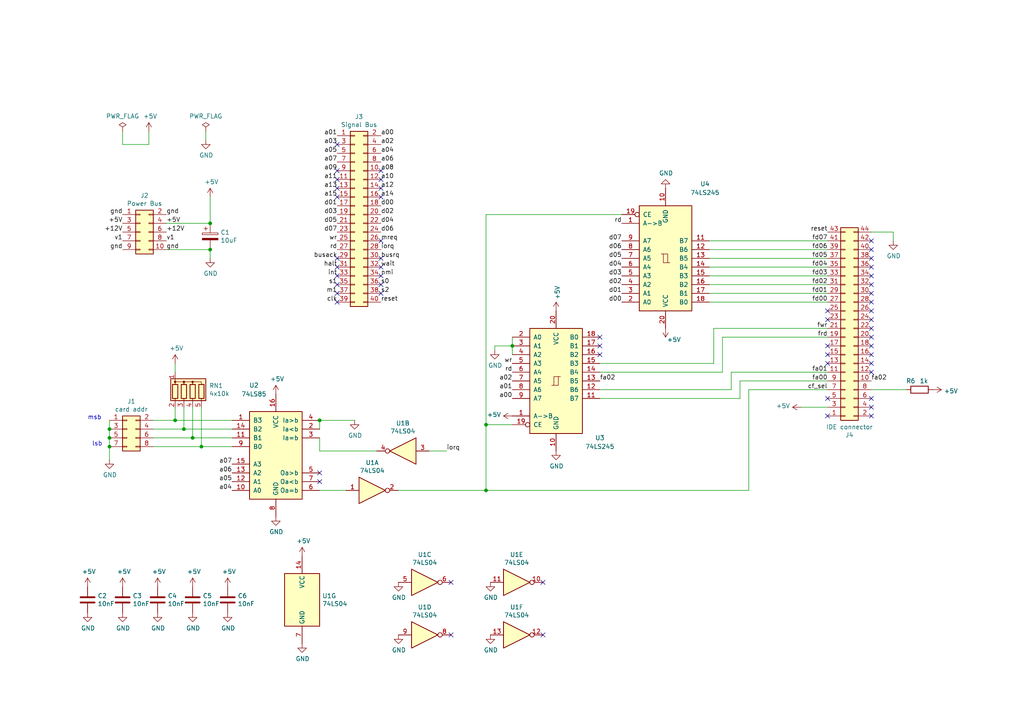
<source format=kicad_sch>
(kicad_sch (version 20211123) (generator eeschema)
  (paper "A4")
  (lib_symbols
    (symbol "74xx:74LS04"
      (property "Reference" "U" (at 0 1.27 0))
      (property "Value" "74LS04" (at 0 -1.27 0))
      (symbol "74LS04_1_0"
        (polyline (pts (xy -3.81 3.81) (xy -3.81 -3.81) (xy 3.81 0) (xy -3.81 3.81)) (stroke (width 0.254)) (fill (type background)))
        (pin input line (at -7.62 0 0) (length 3.81) (name "~") (number "1"))
        (pin output inverted (at 7.62 0 180) (length 3.81) (name "~") (number "2"))
      )
      (symbol "74LS04_2_0"
        (polyline (pts (xy -3.81 3.81) (xy -3.81 -3.81) (xy 3.81 0) (xy -3.81 3.81)) (stroke (width 0.254)) (fill (type background)))
        (pin input line (at -7.62 0 0) (length 3.81) (name "~") (number "3"))
        (pin output inverted (at 7.62 0 180) (length 3.81) (name "~") (number "4"))
      )
      (symbol "74LS04_3_0"
        (polyline (pts (xy -3.81 3.81) (xy -3.81 -3.81) (xy 3.81 0) (xy -3.81 3.81)) (stroke (width 0.254)) (fill (type background)))
        (pin input line (at -7.62 0 0) (length 3.81) (name "~") (number "5"))
        (pin output inverted (at 7.62 0 180) (length 3.81) (name "~") (number "6"))
      )
      (symbol "74LS04_4_0"
        (polyline (pts (xy -3.81 3.81) (xy -3.81 -3.81) (xy 3.81 0) (xy -3.81 3.81)) (stroke (width 0.254)) (fill (type background)))
        (pin output inverted (at 7.62 0 180) (length 3.81) (name "~") (number "8"))
        (pin input line (at -7.62 0 0) (length 3.81) (name "~") (number "9"))
      )
      (symbol "74LS04_5_0"
        (polyline (pts (xy -3.81 3.81) (xy -3.81 -3.81) (xy 3.81 0) (xy -3.81 3.81)) (stroke (width 0.254)) (fill (type background)))
        (pin output inverted (at 7.62 0 180) (length 3.81) (name "~") (number "10"))
        (pin input line (at -7.62 0 0) (length 3.81) (name "~") (number "11"))
      )
      (symbol "74LS04_6_0"
        (polyline (pts (xy -3.81 3.81) (xy -3.81 -3.81) (xy 3.81 0) (xy -3.81 3.81)) (stroke (width 0.254)) (fill (type background)))
        (pin output inverted (at 7.62 0 180) (length 3.81) (name "~") (number "12"))
        (pin input line (at -7.62 0 0) (length 3.81) (name "~") (number "13"))
      )
      (symbol "74LS04_7_0"
        (pin power_in line (at 0 12.7 270) (length 5.08) (name "VCC") (number "14"))
        (pin power_in line (at 0 -12.7 90) (length 5.08) (name "GND") (number "7"))
      )
      (symbol "74LS04_7_1"
        (rectangle (start -5.08 7.62) (end 5.08 -7.62) (stroke (width 0.254)) (fill (type background)))
      )
    )
    (symbol "74xx:74LS245" (pin_names (offset 1.016))
      (property "Reference" "U" (at -7.62 16.51 0))
      (property "Value" "74LS245" (at -7.62 -16.51 0))
      (symbol "74LS245_1_0"
        (polyline (pts (xy -0.635 -1.27) (xy -0.635 1.27) (xy 0.635 1.27)))
        (polyline (pts (xy -1.27 -1.27) (xy 0.635 -1.27) (xy 0.635 1.27) (xy 1.27 1.27)))
        (pin input line (at -12.7 -10.16 0) (length 5.08) (name "A->B") (number "1"))
        (pin power_in line (at 0 -20.32 90) (length 5.08) (name "GND") (number "10"))
        (pin tri_state line (at 12.7 -5.08 180) (length 5.08) (name "B7") (number "11"))
        (pin tri_state line (at 12.7 -2.54 180) (length 5.08) (name "B6") (number "12"))
        (pin tri_state line (at 12.7 0 180) (length 5.08) (name "B5") (number "13"))
        (pin tri_state line (at 12.7 2.54 180) (length 5.08) (name "B4") (number "14"))
        (pin tri_state line (at 12.7 5.08 180) (length 5.08) (name "B3") (number "15"))
        (pin tri_state line (at 12.7 7.62 180) (length 5.08) (name "B2") (number "16"))
        (pin tri_state line (at 12.7 10.16 180) (length 5.08) (name "B1") (number "17"))
        (pin tri_state line (at 12.7 12.7 180) (length 5.08) (name "B0") (number "18"))
        (pin input inverted (at -12.7 -12.7 0) (length 5.08) (name "CE") (number "19"))
        (pin tri_state line (at -12.7 12.7 0) (length 5.08) (name "A0") (number "2"))
        (pin power_in line (at 0 20.32 270) (length 5.08) (name "VCC") (number "20"))
        (pin tri_state line (at -12.7 10.16 0) (length 5.08) (name "A1") (number "3"))
        (pin tri_state line (at -12.7 7.62 0) (length 5.08) (name "A2") (number "4"))
        (pin tri_state line (at -12.7 5.08 0) (length 5.08) (name "A3") (number "5"))
        (pin tri_state line (at -12.7 2.54 0) (length 5.08) (name "A4") (number "6"))
        (pin tri_state line (at -12.7 0 0) (length 5.08) (name "A5") (number "7"))
        (pin tri_state line (at -12.7 -2.54 0) (length 5.08) (name "A6") (number "8"))
        (pin tri_state line (at -12.7 -5.08 0) (length 5.08) (name "A7") (number "9"))
      )
      (symbol "74LS245_1_1"
        (rectangle (start -7.62 15.24) (end 7.62 -15.24) (stroke (width 0.254)) (fill (type background)))
      )
    )
    (symbol "74xx:74LS85" (pin_names (offset 1.016))
      (property "Reference" "U" (at -7.62 13.97 0))
      (property "Value" "74LS85" (at -7.62 -13.97 0))
      (symbol "74LS85_1_0"
        (pin input line (at -12.7 10.16 0) (length 5.08) (name "B3") (number "1"))
        (pin input line (at -12.7 -10.16 0) (length 5.08) (name "A0") (number "10"))
        (pin input line (at -12.7 5.08 0) (length 5.08) (name "B1") (number "11"))
        (pin input line (at -12.7 -7.62 0) (length 5.08) (name "A1") (number "12"))
        (pin input line (at -12.7 -5.08 0) (length 5.08) (name "A2") (number "13"))
        (pin input line (at -12.7 7.62 0) (length 5.08) (name "B2") (number "14"))
        (pin input line (at -12.7 -2.54 0) (length 5.08) (name "A3") (number "15"))
        (pin power_in line (at 0 17.78 270) (length 5.08) (name "VCC") (number "16"))
        (pin input line (at 12.7 7.62 180) (length 5.08) (name "Ia<b") (number "2"))
        (pin input line (at 12.7 5.08 180) (length 5.08) (name "Ia=b") (number "3"))
        (pin input line (at 12.7 10.16 180) (length 5.08) (name "Ia>b") (number "4"))
        (pin output line (at 12.7 -5.08 180) (length 5.08) (name "Oa>b") (number "5"))
        (pin output line (at 12.7 -10.16 180) (length 5.08) (name "Oa=b") (number "6"))
        (pin output line (at 12.7 -7.62 180) (length 5.08) (name "Oa<b") (number "7"))
        (pin power_in line (at 0 -17.78 90) (length 5.08) (name "GND") (number "8"))
        (pin input line (at -12.7 2.54 0) (length 5.08) (name "B0") (number "9"))
      )
      (symbol "74LS85_1_1"
        (rectangle (start -7.62 12.7) (end 7.62 -12.7) (stroke (width 0.254)) (fill (type background)))
      )
    )
    (symbol "Connector_Generic:Conn_02x04_Odd_Even" (pin_names (offset 1.016) hide)
      (property "Reference" "J" (at 1.27 5.08 0))
      (property "Value" "Conn_02x04_Odd_Even" (at 1.27 -7.62 0))
      (symbol "Conn_02x04_Odd_Even_1_1"
        (rectangle (start -1.27 -4.953) (end 0 -5.207) (stroke (width 0.1524)))
        (rectangle (start -1.27 -2.413) (end 0 -2.667) (stroke (width 0.1524)))
        (rectangle (start -1.27 0.127) (end 0 -0.127) (stroke (width 0.1524)))
        (rectangle (start -1.27 2.667) (end 0 2.413) (stroke (width 0.1524)))
        (rectangle (start -1.27 3.81) (end 3.81 -6.35) (stroke (width 0.254)) (fill (type background)))
        (rectangle (start 3.81 -4.953) (end 2.54 -5.207) (stroke (width 0.1524)))
        (rectangle (start 3.81 -2.413) (end 2.54 -2.667) (stroke (width 0.1524)))
        (rectangle (start 3.81 0.127) (end 2.54 -0.127) (stroke (width 0.1524)))
        (rectangle (start 3.81 2.667) (end 2.54 2.413) (stroke (width 0.1524)))
        (pin passive line (at -5.08 2.54 0) (length 3.81) (name "Pin_1") (number "1"))
        (pin passive line (at 7.62 2.54 180) (length 3.81) (name "Pin_2") (number "2"))
        (pin passive line (at -5.08 0 0) (length 3.81) (name "Pin_3") (number "3"))
        (pin passive line (at 7.62 0 180) (length 3.81) (name "Pin_4") (number "4"))
        (pin passive line (at -5.08 -2.54 0) (length 3.81) (name "Pin_5") (number "5"))
        (pin passive line (at 7.62 -2.54 180) (length 3.81) (name "Pin_6") (number "6"))
        (pin passive line (at -5.08 -5.08 0) (length 3.81) (name "Pin_7") (number "7"))
        (pin passive line (at 7.62 -5.08 180) (length 3.81) (name "Pin_8") (number "8"))
      )
    )
    (symbol "Connector_Generic:Conn_02x05_Odd_Even" (pin_names (offset 1.016) hide)
      (property "Reference" "J" (at 1.27 7.62 0))
      (property "Value" "Conn_02x05_Odd_Even" (at 1.27 -7.62 0))
      (symbol "Conn_02x05_Odd_Even_1_1"
        (rectangle (start -1.27 -4.953) (end 0 -5.207) (stroke (width 0.1524)))
        (rectangle (start -1.27 -2.413) (end 0 -2.667) (stroke (width 0.1524)))
        (rectangle (start -1.27 0.127) (end 0 -0.127) (stroke (width 0.1524)))
        (rectangle (start -1.27 2.667) (end 0 2.413) (stroke (width 0.1524)))
        (rectangle (start -1.27 5.207) (end 0 4.953) (stroke (width 0.1524)))
        (rectangle (start -1.27 6.35) (end 3.81 -6.35) (stroke (width 0.254)) (fill (type background)))
        (rectangle (start 3.81 -4.953) (end 2.54 -5.207) (stroke (width 0.1524)))
        (rectangle (start 3.81 -2.413) (end 2.54 -2.667) (stroke (width 0.1524)))
        (rectangle (start 3.81 0.127) (end 2.54 -0.127) (stroke (width 0.1524)))
        (rectangle (start 3.81 2.667) (end 2.54 2.413) (stroke (width 0.1524)))
        (rectangle (start 3.81 5.207) (end 2.54 4.953) (stroke (width 0.1524)))
        (pin passive line (at -5.08 5.08 0) (length 3.81) (name "Pin_1") (number "1"))
        (pin passive line (at 7.62 -5.08 180) (length 3.81) (name "Pin_10") (number "10"))
        (pin passive line (at 7.62 5.08 180) (length 3.81) (name "Pin_2") (number "2"))
        (pin passive line (at -5.08 2.54 0) (length 3.81) (name "Pin_3") (number "3"))
        (pin passive line (at 7.62 2.54 180) (length 3.81) (name "Pin_4") (number "4"))
        (pin passive line (at -5.08 0 0) (length 3.81) (name "Pin_5") (number "5"))
        (pin passive line (at 7.62 0 180) (length 3.81) (name "Pin_6") (number "6"))
        (pin passive line (at -5.08 -2.54 0) (length 3.81) (name "Pin_7") (number "7"))
        (pin passive line (at 7.62 -2.54 180) (length 3.81) (name "Pin_8") (number "8"))
        (pin passive line (at -5.08 -5.08 0) (length 3.81) (name "Pin_9") (number "9"))
      )
    )
    (symbol "Connector_Generic:Conn_02x20_Odd_Even" (pin_names (offset 1.016) hide)
      (property "Reference" "J" (at 1.27 25.4 0))
      (property "Value" "Conn_02x20_Odd_Even" (at 1.27 -27.94 0))
      (symbol "Conn_02x20_Odd_Even_1_1"
        (rectangle (start -1.27 -25.273) (end 0 -25.527) (stroke (width 0.1524)))
        (rectangle (start -1.27 -22.733) (end 0 -22.987) (stroke (width 0.1524)))
        (rectangle (start -1.27 -20.193) (end 0 -20.447) (stroke (width 0.1524)))
        (rectangle (start -1.27 -17.653) (end 0 -17.907) (stroke (width 0.1524)))
        (rectangle (start -1.27 -15.113) (end 0 -15.367) (stroke (width 0.1524)))
        (rectangle (start -1.27 -12.573) (end 0 -12.827) (stroke (width 0.1524)))
        (rectangle (start -1.27 -10.033) (end 0 -10.287) (stroke (width 0.1524)))
        (rectangle (start -1.27 -7.493) (end 0 -7.747) (stroke (width 0.1524)))
        (rectangle (start -1.27 -4.953) (end 0 -5.207) (stroke (width 0.1524)))
        (rectangle (start -1.27 -2.413) (end 0 -2.667) (stroke (width 0.1524)))
        (rectangle (start -1.27 0.127) (end 0 -0.127) (stroke (width 0.1524)))
        (rectangle (start -1.27 2.667) (end 0 2.413) (stroke (width 0.1524)))
        (rectangle (start -1.27 5.207) (end 0 4.953) (stroke (width 0.1524)))
        (rectangle (start -1.27 7.747) (end 0 7.493) (stroke (width 0.1524)))
        (rectangle (start -1.27 10.287) (end 0 10.033) (stroke (width 0.1524)))
        (rectangle (start -1.27 12.827) (end 0 12.573) (stroke (width 0.1524)))
        (rectangle (start -1.27 15.367) (end 0 15.113) (stroke (width 0.1524)))
        (rectangle (start -1.27 17.907) (end 0 17.653) (stroke (width 0.1524)))
        (rectangle (start -1.27 20.447) (end 0 20.193) (stroke (width 0.1524)))
        (rectangle (start -1.27 22.987) (end 0 22.733) (stroke (width 0.1524)))
        (rectangle (start -1.27 24.13) (end 3.81 -26.67) (stroke (width 0.254)) (fill (type background)))
        (rectangle (start 3.81 -25.273) (end 2.54 -25.527) (stroke (width 0.1524)))
        (rectangle (start 3.81 -22.733) (end 2.54 -22.987) (stroke (width 0.1524)))
        (rectangle (start 3.81 -20.193) (end 2.54 -20.447) (stroke (width 0.1524)))
        (rectangle (start 3.81 -17.653) (end 2.54 -17.907) (stroke (width 0.1524)))
        (rectangle (start 3.81 -15.113) (end 2.54 -15.367) (stroke (width 0.1524)))
        (rectangle (start 3.81 -12.573) (end 2.54 -12.827) (stroke (width 0.1524)))
        (rectangle (start 3.81 -10.033) (end 2.54 -10.287) (stroke (width 0.1524)))
        (rectangle (start 3.81 -7.493) (end 2.54 -7.747) (stroke (width 0.1524)))
        (rectangle (start 3.81 -4.953) (end 2.54 -5.207) (stroke (width 0.1524)))
        (rectangle (start 3.81 -2.413) (end 2.54 -2.667) (stroke (width 0.1524)))
        (rectangle (start 3.81 0.127) (end 2.54 -0.127) (stroke (width 0.1524)))
        (rectangle (start 3.81 2.667) (end 2.54 2.413) (stroke (width 0.1524)))
        (rectangle (start 3.81 5.207) (end 2.54 4.953) (stroke (width 0.1524)))
        (rectangle (start 3.81 7.747) (end 2.54 7.493) (stroke (width 0.1524)))
        (rectangle (start 3.81 10.287) (end 2.54 10.033) (stroke (width 0.1524)))
        (rectangle (start 3.81 12.827) (end 2.54 12.573) (stroke (width 0.1524)))
        (rectangle (start 3.81 15.367) (end 2.54 15.113) (stroke (width 0.1524)))
        (rectangle (start 3.81 17.907) (end 2.54 17.653) (stroke (width 0.1524)))
        (rectangle (start 3.81 20.447) (end 2.54 20.193) (stroke (width 0.1524)))
        (rectangle (start 3.81 22.987) (end 2.54 22.733) (stroke (width 0.1524)))
        (pin passive line (at -5.08 22.86 0) (length 3.81) (name "Pin_1") (number "1"))
        (pin passive line (at 7.62 12.7 180) (length 3.81) (name "Pin_10") (number "10"))
        (pin passive line (at -5.08 10.16 0) (length 3.81) (name "Pin_11") (number "11"))
        (pin passive line (at 7.62 10.16 180) (length 3.81) (name "Pin_12") (number "12"))
        (pin passive line (at -5.08 7.62 0) (length 3.81) (name "Pin_13") (number "13"))
        (pin passive line (at 7.62 7.62 180) (length 3.81) (name "Pin_14") (number "14"))
        (pin passive line (at -5.08 5.08 0) (length 3.81) (name "Pin_15") (number "15"))
        (pin passive line (at 7.62 5.08 180) (length 3.81) (name "Pin_16") (number "16"))
        (pin passive line (at -5.08 2.54 0) (length 3.81) (name "Pin_17") (number "17"))
        (pin passive line (at 7.62 2.54 180) (length 3.81) (name "Pin_18") (number "18"))
        (pin passive line (at -5.08 0 0) (length 3.81) (name "Pin_19") (number "19"))
        (pin passive line (at 7.62 22.86 180) (length 3.81) (name "Pin_2") (number "2"))
        (pin passive line (at 7.62 0 180) (length 3.81) (name "Pin_20") (number "20"))
        (pin passive line (at -5.08 -2.54 0) (length 3.81) (name "Pin_21") (number "21"))
        (pin passive line (at 7.62 -2.54 180) (length 3.81) (name "Pin_22") (number "22"))
        (pin passive line (at -5.08 -5.08 0) (length 3.81) (name "Pin_23") (number "23"))
        (pin passive line (at 7.62 -5.08 180) (length 3.81) (name "Pin_24") (number "24"))
        (pin passive line (at -5.08 -7.62 0) (length 3.81) (name "Pin_25") (number "25"))
        (pin passive line (at 7.62 -7.62 180) (length 3.81) (name "Pin_26") (number "26"))
        (pin passive line (at -5.08 -10.16 0) (length 3.81) (name "Pin_27") (number "27"))
        (pin passive line (at 7.62 -10.16 180) (length 3.81) (name "Pin_28") (number "28"))
        (pin passive line (at -5.08 -12.7 0) (length 3.81) (name "Pin_29") (number "29"))
        (pin passive line (at -5.08 20.32 0) (length 3.81) (name "Pin_3") (number "3"))
        (pin passive line (at 7.62 -12.7 180) (length 3.81) (name "Pin_30") (number "30"))
        (pin passive line (at -5.08 -15.24 0) (length 3.81) (name "Pin_31") (number "31"))
        (pin passive line (at 7.62 -15.24 180) (length 3.81) (name "Pin_32") (number "32"))
        (pin passive line (at -5.08 -17.78 0) (length 3.81) (name "Pin_33") (number "33"))
        (pin passive line (at 7.62 -17.78 180) (length 3.81) (name "Pin_34") (number "34"))
        (pin passive line (at -5.08 -20.32 0) (length 3.81) (name "Pin_35") (number "35"))
        (pin passive line (at 7.62 -20.32 180) (length 3.81) (name "Pin_36") (number "36"))
        (pin passive line (at -5.08 -22.86 0) (length 3.81) (name "Pin_37") (number "37"))
        (pin passive line (at 7.62 -22.86 180) (length 3.81) (name "Pin_38") (number "38"))
        (pin passive line (at -5.08 -25.4 0) (length 3.81) (name "Pin_39") (number "39"))
        (pin passive line (at 7.62 20.32 180) (length 3.81) (name "Pin_4") (number "4"))
        (pin passive line (at 7.62 -25.4 180) (length 3.81) (name "Pin_40") (number "40"))
        (pin passive line (at -5.08 17.78 0) (length 3.81) (name "Pin_5") (number "5"))
        (pin passive line (at 7.62 17.78 180) (length 3.81) (name "Pin_6") (number "6"))
        (pin passive line (at -5.08 15.24 0) (length 3.81) (name "Pin_7") (number "7"))
        (pin passive line (at 7.62 15.24 180) (length 3.81) (name "Pin_8") (number "8"))
        (pin passive line (at -5.08 12.7 0) (length 3.81) (name "Pin_9") (number "9"))
      )
    )
    (symbol "Connector_Generic:Conn_02x22_Odd_Even" (pin_names (offset 1.016) hide)
      (property "Reference" "J" (at 1.27 27.94 0))
      (property "Value" "Conn_02x22_Odd_Even" (at 1.27 -30.48 0))
      (symbol "Conn_02x22_Odd_Even_1_1"
        (rectangle (start -1.27 -27.813) (end 0 -28.067) (stroke (width 0.1524)))
        (rectangle (start -1.27 -25.273) (end 0 -25.527) (stroke (width 0.1524)))
        (rectangle (start -1.27 -22.733) (end 0 -22.987) (stroke (width 0.1524)))
        (rectangle (start -1.27 -20.193) (end 0 -20.447) (stroke (width 0.1524)))
        (rectangle (start -1.27 -17.653) (end 0 -17.907) (stroke (width 0.1524)))
        (rectangle (start -1.27 -15.113) (end 0 -15.367) (stroke (width 0.1524)))
        (rectangle (start -1.27 -12.573) (end 0 -12.827) (stroke (width 0.1524)))
        (rectangle (start -1.27 -10.033) (end 0 -10.287) (stroke (width 0.1524)))
        (rectangle (start -1.27 -7.493) (end 0 -7.747) (stroke (width 0.1524)))
        (rectangle (start -1.27 -4.953) (end 0 -5.207) (stroke (width 0.1524)))
        (rectangle (start -1.27 -2.413) (end 0 -2.667) (stroke (width 0.1524)))
        (rectangle (start -1.27 0.127) (end 0 -0.127) (stroke (width 0.1524)))
        (rectangle (start -1.27 2.667) (end 0 2.413) (stroke (width 0.1524)))
        (rectangle (start -1.27 5.207) (end 0 4.953) (stroke (width 0.1524)))
        (rectangle (start -1.27 7.747) (end 0 7.493) (stroke (width 0.1524)))
        (rectangle (start -1.27 10.287) (end 0 10.033) (stroke (width 0.1524)))
        (rectangle (start -1.27 12.827) (end 0 12.573) (stroke (width 0.1524)))
        (rectangle (start -1.27 15.367) (end 0 15.113) (stroke (width 0.1524)))
        (rectangle (start -1.27 17.907) (end 0 17.653) (stroke (width 0.1524)))
        (rectangle (start -1.27 20.447) (end 0 20.193) (stroke (width 0.1524)))
        (rectangle (start -1.27 22.987) (end 0 22.733) (stroke (width 0.1524)))
        (rectangle (start -1.27 25.527) (end 0 25.273) (stroke (width 0.1524)))
        (rectangle (start -1.27 26.67) (end 3.81 -29.21) (stroke (width 0.254)) (fill (type background)))
        (rectangle (start 3.81 -27.813) (end 2.54 -28.067) (stroke (width 0.1524)))
        (rectangle (start 3.81 -25.273) (end 2.54 -25.527) (stroke (width 0.1524)))
        (rectangle (start 3.81 -22.733) (end 2.54 -22.987) (stroke (width 0.1524)))
        (rectangle (start 3.81 -20.193) (end 2.54 -20.447) (stroke (width 0.1524)))
        (rectangle (start 3.81 -17.653) (end 2.54 -17.907) (stroke (width 0.1524)))
        (rectangle (start 3.81 -15.113) (end 2.54 -15.367) (stroke (width 0.1524)))
        (rectangle (start 3.81 -12.573) (end 2.54 -12.827) (stroke (width 0.1524)))
        (rectangle (start 3.81 -10.033) (end 2.54 -10.287) (stroke (width 0.1524)))
        (rectangle (start 3.81 -7.493) (end 2.54 -7.747) (stroke (width 0.1524)))
        (rectangle (start 3.81 -4.953) (end 2.54 -5.207) (stroke (width 0.1524)))
        (rectangle (start 3.81 -2.413) (end 2.54 -2.667) (stroke (width 0.1524)))
        (rectangle (start 3.81 0.127) (end 2.54 -0.127) (stroke (width 0.1524)))
        (rectangle (start 3.81 2.667) (end 2.54 2.413) (stroke (width 0.1524)))
        (rectangle (start 3.81 5.207) (end 2.54 4.953) (stroke (width 0.1524)))
        (rectangle (start 3.81 7.747) (end 2.54 7.493) (stroke (width 0.1524)))
        (rectangle (start 3.81 10.287) (end 2.54 10.033) (stroke (width 0.1524)))
        (rectangle (start 3.81 12.827) (end 2.54 12.573) (stroke (width 0.1524)))
        (rectangle (start 3.81 15.367) (end 2.54 15.113) (stroke (width 0.1524)))
        (rectangle (start 3.81 17.907) (end 2.54 17.653) (stroke (width 0.1524)))
        (rectangle (start 3.81 20.447) (end 2.54 20.193) (stroke (width 0.1524)))
        (rectangle (start 3.81 22.987) (end 2.54 22.733) (stroke (width 0.1524)))
        (rectangle (start 3.81 25.527) (end 2.54 25.273) (stroke (width 0.1524)))
        (pin passive line (at -5.08 25.4 0) (length 3.81) (name "Pin_1") (number "1"))
        (pin passive line (at 7.62 15.24 180) (length 3.81) (name "Pin_10") (number "10"))
        (pin passive line (at -5.08 12.7 0) (length 3.81) (name "Pin_11") (number "11"))
        (pin passive line (at 7.62 12.7 180) (length 3.81) (name "Pin_12") (number "12"))
        (pin passive line (at -5.08 10.16 0) (length 3.81) (name "Pin_13") (number "13"))
        (pin passive line (at 7.62 10.16 180) (length 3.81) (name "Pin_14") (number "14"))
        (pin passive line (at -5.08 7.62 0) (length 3.81) (name "Pin_15") (number "15"))
        (pin passive line (at 7.62 7.62 180) (length 3.81) (name "Pin_16") (number "16"))
        (pin passive line (at -5.08 5.08 0) (length 3.81) (name "Pin_17") (number "17"))
        (pin passive line (at 7.62 5.08 180) (length 3.81) (name "Pin_18") (number "18"))
        (pin passive line (at -5.08 2.54 0) (length 3.81) (name "Pin_19") (number "19"))
        (pin passive line (at 7.62 25.4 180) (length 3.81) (name "Pin_2") (number "2"))
        (pin passive line (at 7.62 2.54 180) (length 3.81) (name "Pin_20") (number "20"))
        (pin passive line (at -5.08 0 0) (length 3.81) (name "Pin_21") (number "21"))
        (pin passive line (at 7.62 0 180) (length 3.81) (name "Pin_22") (number "22"))
        (pin passive line (at -5.08 -2.54 0) (length 3.81) (name "Pin_23") (number "23"))
        (pin passive line (at 7.62 -2.54 180) (length 3.81) (name "Pin_24") (number "24"))
        (pin passive line (at -5.08 -5.08 0) (length 3.81) (name "Pin_25") (number "25"))
        (pin passive line (at 7.62 -5.08 180) (length 3.81) (name "Pin_26") (number "26"))
        (pin passive line (at -5.08 -7.62 0) (length 3.81) (name "Pin_27") (number "27"))
        (pin passive line (at 7.62 -7.62 180) (length 3.81) (name "Pin_28") (number "28"))
        (pin passive line (at -5.08 -10.16 0) (length 3.81) (name "Pin_29") (number "29"))
        (pin passive line (at -5.08 22.86 0) (length 3.81) (name "Pin_3") (number "3"))
        (pin passive line (at 7.62 -10.16 180) (length 3.81) (name "Pin_30") (number "30"))
        (pin passive line (at -5.08 -12.7 0) (length 3.81) (name "Pin_31") (number "31"))
        (pin passive line (at 7.62 -12.7 180) (length 3.81) (name "Pin_32") (number "32"))
        (pin passive line (at -5.08 -15.24 0) (length 3.81) (name "Pin_33") (number "33"))
        (pin passive line (at 7.62 -15.24 180) (length 3.81) (name "Pin_34") (number "34"))
        (pin passive line (at -5.08 -17.78 0) (length 3.81) (name "Pin_35") (number "35"))
        (pin passive line (at 7.62 -17.78 180) (length 3.81) (name "Pin_36") (number "36"))
        (pin passive line (at -5.08 -20.32 0) (length 3.81) (name "Pin_37") (number "37"))
        (pin passive line (at 7.62 -20.32 180) (length 3.81) (name "Pin_38") (number "38"))
        (pin passive line (at -5.08 -22.86 0) (length 3.81) (name "Pin_39") (number "39"))
        (pin passive line (at 7.62 22.86 180) (length 3.81) (name "Pin_4") (number "4"))
        (pin passive line (at 7.62 -22.86 180) (length 3.81) (name "Pin_40") (number "40"))
        (pin passive line (at -5.08 -25.4 0) (length 3.81) (name "Pin_41") (number "41"))
        (pin passive line (at 7.62 -25.4 180) (length 3.81) (name "Pin_42") (number "42"))
        (pin passive line (at -5.08 -27.94 0) (length 3.81) (name "Pin_43") (number "43"))
        (pin passive line (at 7.62 -27.94 180) (length 3.81) (name "Pin_44") (number "44"))
        (pin passive line (at -5.08 20.32 0) (length 3.81) (name "Pin_5") (number "5"))
        (pin passive line (at 7.62 20.32 180) (length 3.81) (name "Pin_6") (number "6"))
        (pin passive line (at -5.08 17.78 0) (length 3.81) (name "Pin_7") (number "7"))
        (pin passive line (at 7.62 17.78 180) (length 3.81) (name "Pin_8") (number "8"))
        (pin passive line (at -5.08 15.24 0) (length 3.81) (name "Pin_9") (number "9"))
      )
    )
    (symbol "Device:C" (pin_numbers hide) (pin_names (offset 0.254))
      (property "Reference" "C" (at 0.635 2.54 0))
      (property "Value" "C" (at 0.635 -2.54 0))
      (symbol "C_0_1"
        (polyline (pts (xy -2.032 -0.762) (xy 2.032 -0.762)) (stroke (width 0.508)))
        (polyline (pts (xy -2.032 0.762) (xy 2.032 0.762)) (stroke (width 0.508)))
      )
      (symbol "C_1_1"
        (pin passive line (at 0 3.81 270) (length 2.794) (name "~") (number "1"))
        (pin passive line (at 0 -3.81 90) (length 2.794) (name "~") (number "2"))
      )
    )
    (symbol "Device:CP" (pin_numbers hide) (pin_names (offset 0.254))
      (property "Reference" "C" (at 0.635 2.54 0))
      (property "Value" "Device_CP" (at 0.635 -2.54 0))
      (symbol "CP_0_1"
        (rectangle (start -2.286 0.508) (end 2.286 1.016))
        (polyline (pts (xy -1.778 2.286) (xy -0.762 2.286)))
        (polyline (pts (xy -1.27 2.794) (xy -1.27 1.778)))
        (rectangle (start 2.286 -0.508) (end -2.286 -1.016) (fill (type outline)))
      )
      (symbol "CP_1_1"
        (pin passive line (at 0 3.81 270) (length 2.794) (name "~") (number "1"))
        (pin passive line (at 0 -3.81 90) (length 2.794) (name "~") (number "2"))
      )
    )
    (symbol "Device:R" (pin_numbers hide) (pin_names (offset 0))
      (property "Reference" "R" (at 2.032 0 90))
      (property "Value" "R" (at 0 0 90))
      (symbol "R_0_1"
        (rectangle (start -1.016 -2.54) (end 1.016 2.54) (stroke (width 0.254)))
      )
      (symbol "R_1_1"
        (pin passive line (at 0 3.81 270) (length 1.27) (name "~") (number "1"))
        (pin passive line (at 0 -3.81 90) (length 1.27) (name "~") (number "2"))
      )
    )
    (symbol "Device:R_Network04" (pin_names (offset 0) hide)
      (property "Reference" "RN" (at -7.62 0 90))
      (property "Value" "R_Network04" (at 5.08 0 90))
      (symbol "R_Network04_0_1"
        (rectangle (start -6.35 -3.175) (end 3.81 3.175) (stroke (width 0.254)) (fill (type background)))
        (rectangle (start -5.842 1.524) (end -4.318 -2.54) (stroke (width 0.254)))
        (circle (center -5.08 2.286) (radius 0.254) (fill (type outline)))
        (rectangle (start -3.302 1.524) (end -1.778 -2.54) (stroke (width 0.254)))
        (circle (center -2.54 2.286) (radius 0.254) (fill (type outline)))
        (rectangle (start -0.762 1.524) (end 0.762 -2.54) (stroke (width 0.254)))
        (polyline (pts (xy -5.08 -2.54) (xy -5.08 -3.81)))
        (polyline (pts (xy -2.54 -2.54) (xy -2.54 -3.81)))
        (polyline (pts (xy 0 -2.54) (xy 0 -3.81)))
        (polyline (pts (xy 2.54 -2.54) (xy 2.54 -3.81)))
        (polyline (pts (xy -5.08 1.524) (xy -5.08 2.286) (xy -2.54 2.286) (xy -2.54 1.524)))
        (polyline (pts (xy -2.54 1.524) (xy -2.54 2.286) (xy 0 2.286) (xy 0 1.524)))
        (polyline (pts (xy 0 1.524) (xy 0 2.286) (xy 2.54 2.286) (xy 2.54 1.524)))
        (circle (center 0 2.286) (radius 0.254) (fill (type outline)))
        (rectangle (start 1.778 1.524) (end 3.302 -2.54) (stroke (width 0.254)))
      )
      (symbol "R_Network04_1_1"
        (pin passive line (at -5.08 5.08 270) (length 2.54) (name "common") (number "1"))
        (pin passive line (at -5.08 -5.08 90) (length 1.27) (name "R1") (number "2"))
        (pin passive line (at -2.54 -5.08 90) (length 1.27) (name "R2") (number "3"))
        (pin passive line (at 0 -5.08 90) (length 1.27) (name "R3") (number "4"))
        (pin passive line (at 2.54 -5.08 90) (length 1.27) (name "R4") (number "5"))
      )
    )
    (symbol "power:+5V" (power) (pin_names (offset 0))
      (property "Value" "+5V" (at 0 3.556 0))
      (symbol "+5V_0_1"
        (polyline (pts (xy -0.762 1.27) (xy 0 2.54)))
        (polyline (pts (xy 0 0) (xy 0 2.54)))
        (polyline (pts (xy 0 2.54) (xy 0.762 1.27)))
      )
      (symbol "+5V_1_1"
        (pin power_in line (at 0 0 90) (length 0) hide (name "+5V") (number "1"))
      )
    )
    (symbol "power:GND" (power) (pin_names (offset 0))
      (property "Value" "GND" (at 0 -3.81 0))
      (symbol "GND_0_1"
        (polyline (pts (xy 0 0) (xy 0 -1.27) (xy 1.27 -1.27) (xy 0 -2.54) (xy -1.27 -1.27) (xy 0 -1.27)))
      )
      (symbol "GND_1_1"
        (pin power_in line (at 0 0 270) (length 0) hide (name "GND") (number "1"))
      )
    )
    (symbol "power:PWR_FLAG" (power) (pin_numbers hide) (pin_names (offset 0) hide)
      (property "Value" "PWR_FLAG" (at 0 3.81 0))
      (symbol "PWR_FLAG_0_0"
        (pin power_out line (at 0 0 90) (length 0) (name "pwr") (number "1"))
      )
      (symbol "PWR_FLAG_0_1"
        (polyline (pts (xy 0 0) (xy 0 1.27) (xy -1.016 1.905) (xy 0 2.54) (xy 1.016 1.905) (xy 0 1.27)))
      )
    )
  )
  (junction (at 31.75 127))
  (junction (at 55.88 127))
  (junction (at 140.97 142.24))
  (junction (at 31.75 124.46))
  (junction (at 50.8 121.92))
  (junction (at 31.75 129.54))
  (junction (at 148.59 100.33))
  (junction (at 58.42 129.54))
  (junction (at 60.96 72.39))
  (junction (at 53.34 124.46))
  (junction (at 92.71 121.92))
  (junction (at 60.96 64.77))
  (junction (at 140.97 123.19))
  (no_connect (at 97.79 57.15))
  (no_connect (at 252.73 120.65))
  (no_connect (at 252.73 80.01))
  (no_connect (at 252.73 107.95))
  (no_connect (at 252.73 77.47))
  (no_connect (at 97.79 49.53))
  (no_connect (at 110.49 82.55))
  (no_connect (at 252.73 97.79))
  (no_connect (at 97.79 41.91))
  (no_connect (at 252.73 92.71))
  (no_connect (at 252.73 85.09))
  (no_connect (at 252.73 69.85))
  (no_connect (at 110.49 54.61))
  (no_connect (at 97.79 52.07))
  (no_connect (at 110.49 69.85))
  (no_connect (at 157.48 184.15))
  (no_connect (at 173.99 97.79))
  (no_connect (at 110.49 85.09))
  (no_connect (at 252.73 100.33))
  (no_connect (at 110.49 57.15))
  (no_connect (at 252.73 118.11))
  (no_connect (at 240.03 120.65))
  (no_connect (at 252.73 102.87))
  (no_connect (at 97.79 85.09))
  (no_connect (at 252.73 72.39))
  (no_connect (at 110.49 74.93))
  (no_connect (at 240.03 105.41))
  (no_connect (at 240.03 100.33))
  (no_connect (at 240.03 115.57))
  (no_connect (at 252.73 90.17))
  (no_connect (at 130.81 168.91))
  (no_connect (at 97.79 82.55))
  (no_connect (at 92.71 137.16))
  (no_connect (at 97.79 74.93))
  (no_connect (at 157.48 168.91))
  (no_connect (at 252.73 87.63))
  (no_connect (at 110.49 52.07))
  (no_connect (at 110.49 80.01))
  (no_connect (at 110.49 77.47))
  (no_connect (at 173.99 100.33))
  (no_connect (at 92.71 139.7))
  (no_connect (at 130.81 184.15))
  (no_connect (at 240.03 92.71))
  (no_connect (at 173.99 102.87))
  (no_connect (at 252.73 82.55))
  (no_connect (at 240.03 102.87))
  (no_connect (at 252.73 74.93))
  (no_connect (at 97.79 87.63))
  (no_connect (at 252.73 115.57))
  (no_connect (at 97.79 77.47))
  (no_connect (at 240.03 90.17))
  (no_connect (at 97.79 80.01))
  (no_connect (at 252.73 105.41))
  (no_connect (at 252.73 95.25))
  (no_connect (at 110.49 49.53))
  (no_connect (at 97.79 54.61))
  (wire (pts (xy 212.09 107.95) (xy 212.09 113.03)))
  (wire (pts (xy 31.75 127) (xy 31.75 129.54)))
  (wire (pts (xy 44.45 121.92) (xy 50.8 121.92)))
  (wire (pts (xy 102.87 121.92) (xy 92.71 121.92)))
  (wire (pts (xy 205.74 87.63) (xy 240.03 87.63)))
  (wire (pts (xy 92.71 130.81) (xy 92.71 127)))
  (wire (pts (xy 50.8 118.11) (xy 50.8 121.92)))
  (wire (pts (xy 60.96 74.93) (xy 60.96 72.39)))
  (wire (pts (xy 148.59 102.87) (xy 148.59 100.33)))
  (wire (pts (xy 209.55 97.79) (xy 209.55 107.95)))
  (wire (pts (xy 44.45 129.54) (xy 58.42 129.54)))
  (wire (pts (xy 115.57 142.24) (xy 140.97 142.24)))
  (wire (pts (xy 240.03 113.03) (xy 217.17 113.03)))
  (wire (pts (xy 240.03 107.95) (xy 212.09 107.95)))
  (wire (pts (xy 259.08 67.31) (xy 259.08 69.85)))
  (wire (pts (xy 148.59 97.79) (xy 148.59 100.33)))
  (wire (pts (xy 207.01 95.25) (xy 207.01 105.41)))
  (wire (pts (xy 109.22 130.81) (xy 92.71 130.81)))
  (wire (pts (xy 35.56 38.1) (xy 35.56 41.91)))
  (wire (pts (xy 58.42 129.54) (xy 67.31 129.54)))
  (wire (pts (xy 214.63 110.49) (xy 214.63 115.57)))
  (wire (pts (xy 232.41 118.11) (xy 240.03 118.11)))
  (wire (pts (xy 205.74 85.09) (xy 240.03 85.09)))
  (wire (pts (xy 60.96 64.77) (xy 48.26 64.77)))
  (wire (pts (xy 58.42 118.11) (xy 58.42 129.54)))
  (wire (pts (xy 240.03 95.25) (xy 207.01 95.25)))
  (wire (pts (xy 92.71 121.92) (xy 92.71 124.46)))
  (wire (pts (xy 60.96 57.15) (xy 60.96 64.77)))
  (wire (pts (xy 173.99 105.41) (xy 207.01 105.41)))
  (wire (pts (xy 124.46 130.81) (xy 129.54 130.81)))
  (wire (pts (xy 143.51 101.6) (xy 143.51 100.33)))
  (wire (pts (xy 44.45 127) (xy 55.88 127)))
  (wire (pts (xy 205.74 74.93) (xy 240.03 74.93)))
  (wire (pts (xy 143.51 100.33) (xy 148.59 100.33)))
  (wire (pts (xy 43.18 41.91) (xy 43.18 38.1)))
  (wire (pts (xy 180.34 62.23) (xy 140.97 62.23)))
  (wire (pts (xy 259.08 67.31) (xy 252.73 67.31)))
  (wire (pts (xy 252.73 113.03) (xy 262.89 113.03)))
  (wire (pts (xy 55.88 127) (xy 67.31 127)))
  (wire (pts (xy 140.97 62.23) (xy 140.97 123.19)))
  (wire (pts (xy 53.34 118.11) (xy 53.34 124.46)))
  (wire (pts (xy 100.33 142.24) (xy 92.71 142.24)))
  (wire (pts (xy 205.74 82.55) (xy 240.03 82.55)))
  (wire (pts (xy 35.56 41.91) (xy 43.18 41.91)))
  (wire (pts (xy 31.75 124.46) (xy 31.75 127)))
  (wire (pts (xy 44.45 124.46) (xy 53.34 124.46)))
  (wire (pts (xy 50.8 121.92) (xy 67.31 121.92)))
  (wire (pts (xy 59.69 38.1) (xy 59.69 40.64)))
  (wire (pts (xy 50.8 105.41) (xy 50.8 107.95)))
  (wire (pts (xy 240.03 110.49) (xy 214.63 110.49)))
  (wire (pts (xy 60.96 72.39) (xy 48.26 72.39)))
  (wire (pts (xy 217.17 113.03) (xy 217.17 142.24)))
  (wire (pts (xy 205.74 80.01) (xy 240.03 80.01)))
  (wire (pts (xy 173.99 113.03) (xy 212.09 113.03)))
  (wire (pts (xy 173.99 107.95) (xy 209.55 107.95)))
  (wire (pts (xy 140.97 123.19) (xy 140.97 142.24)))
  (wire (pts (xy 55.88 118.11) (xy 55.88 127)))
  (wire (pts (xy 53.34 124.46) (xy 67.31 124.46)))
  (wire (pts (xy 205.74 69.85) (xy 240.03 69.85)))
  (wire (pts (xy 140.97 123.19) (xy 148.59 123.19)))
  (wire (pts (xy 31.75 133.35) (xy 31.75 129.54)))
  (wire (pts (xy 173.99 115.57) (xy 214.63 115.57)))
  (wire (pts (xy 205.74 77.47) (xy 240.03 77.47)))
  (wire (pts (xy 240.03 97.79) (xy 209.55 97.79)))
  (wire (pts (xy 217.17 142.24) (xy 140.97 142.24)))
  (wire (pts (xy 31.75 121.92) (xy 31.75 124.46)))
  (wire (pts (xy 205.74 72.39) (xy 240.03 72.39)))
  (text "lsb" (at 26.67 129.54 0) (effects (font (size 1.27 1.27)) (justify left bottom)))
  (text "msb" (at 25.4 121.92 0) (effects (font (size 1.27 1.27)) (justify left bottom)))
  (label "frd" (at 240.03 97.79 180))
  (label "d07" (at 180.34 69.85 180))
  (label "a14" (at 110.49 57.15 0))
  (label "a10" (at 110.49 52.07 0))
  (label "a05" (at 67.31 139.7 180))
  (label "fd00" (at 240.03 87.63 180))
  (label "gnd" (at 35.56 62.23 180))
  (label "iorq" (at 129.54 130.81 0))
  (label "a09" (at 97.79 49.53 180))
  (label "d05" (at 180.34 74.93 180))
  (label "a04" (at 67.31 142.24 180))
  (label "rd" (at 97.79 72.39 180))
  (label "fwr" (at 240.03 95.25 180))
  (label "d02" (at 180.34 82.55 180))
  (label "s1" (at 97.79 82.55 180))
  (label "d00" (at 110.49 59.69 0))
  (label "a02" (at 110.49 41.91 0))
  (label "s2" (at 110.49 85.09 0))
  (label "nmi" (at 110.49 80.01 0))
  (label "a02" (at 148.59 110.49 180))
  (label "cf_sel" (at 240.03 113.03 180))
  (label "a01" (at 97.79 39.37 180))
  (label "a08" (at 110.49 49.53 0))
  (label "rd" (at 180.34 64.77 180))
  (label "a00" (at 110.49 39.37 0))
  (label "d03" (at 180.34 80.01 180))
  (label "reset" (at 110.49 87.63 0))
  (label "rd" (at 148.59 107.95 180))
  (label "a01" (at 148.59 113.03 180))
  (label "fa02" (at 173.99 110.49 0))
  (label "gnd" (at 35.56 72.39 180))
  (label "a04" (at 110.49 44.45 0))
  (label "+5V" (at 48.26 64.77 0))
  (label "+12V" (at 35.56 67.31 180))
  (label "clk" (at 97.79 87.63 180))
  (label "fa02" (at 252.73 110.49 0))
  (label "wr" (at 97.79 69.85 180))
  (label "fd06" (at 240.03 72.39 180))
  (label "busack" (at 97.79 74.93 180))
  (label "+12V" (at 48.26 67.31 0))
  (label "gnd" (at 48.26 72.39 0))
  (label "a11" (at 97.79 52.07 180))
  (label "a15" (at 97.79 57.15 180))
  (label "wr" (at 148.59 105.41 180))
  (label "s0" (at 110.49 82.55 0))
  (label "m1" (at 97.79 85.09 180))
  (label "int" (at 97.79 80.01 180))
  (label "a00" (at 148.59 115.57 180))
  (label "gnd" (at 48.26 62.23 0))
  (label "a05" (at 97.79 44.45 180))
  (label "d05" (at 97.79 64.77 180))
  (label "fa01" (at 240.03 107.95 180))
  (label "v1" (at 48.26 69.85 0))
  (label "d07" (at 97.79 67.31 180))
  (label "d01" (at 180.34 85.09 180))
  (label "d06" (at 180.34 72.39 180))
  (label "a12" (at 110.49 54.61 0))
  (label "wait" (at 110.49 77.47 0))
  (label "busrq" (at 110.49 74.93 0))
  (label "fd01" (at 240.03 85.09 180))
  (label "a03" (at 97.79 41.91 180))
  (label "d00" (at 180.34 87.63 180))
  (label "d04" (at 180.34 77.47 180))
  (label "v1" (at 35.56 69.85 180))
  (label "+5V" (at 35.56 64.77 180))
  (label "mreq" (at 110.49 69.85 0))
  (label "d04" (at 110.49 64.77 0))
  (label "d02" (at 110.49 62.23 0))
  (label "a06" (at 67.31 137.16 180))
  (label "fd04" (at 240.03 77.47 180))
  (label "d06" (at 110.49 67.31 0))
  (label "halt" (at 97.79 77.47 180))
  (label "d03" (at 97.79 62.23 180))
  (label "d01" (at 97.79 59.69 180))
  (label "a07" (at 97.79 46.99 180))
  (label "a13" (at 97.79 54.61 180))
  (label "a07" (at 67.31 134.62 180))
  (label "fd02" (at 240.03 82.55 180))
  (label "fd05" (at 240.03 74.93 180))
  (label "iorq" (at 110.49 72.39 0))
  (label "fd07" (at 240.03 69.85 180))
  (label "fd03" (at 240.03 80.01 180))
  (label "fa00" (at 240.03 110.49 180))
  (label "a06" (at 110.49 46.99 0))
  (label "reset" (at 240.03 67.31 180))
  (symbol (lib_id "Connector_Generic:Conn_02x05_Odd_Even") (at 40.64 67.31 0) (unit 1)
    (property "Reference" "J2" (at 41.91 56.7182 0))
    (property "Value" "Power Bus" (at 41.91 59.0296 0))
    (property "Footprint" "Connector_PinHeader_2.54mm:PinHeader_2x05_P2.54mm_Vertical" (effects hide))
  )
  (symbol (lib_id "Connector_Generic:Conn_02x20_Odd_Even") (at 102.87 62.23 0) (unit 1)
    (property "Reference" "J3" (at 104.14 33.8582 0))
    (property "Value" "Signal Bus" (at 104.14 36.1696 0))
    (property "Footprint" "Connector_PinHeader_2.54mm:PinHeader_2x20_P2.54mm_Vertical" (effects hide))
  )
  (symbol (lib_id "power:+5V") (at 60.96 57.15 0) (unit 1)
    (property "Reference" "#PWR07" (effects hide))
    (property "Value" "+5V" (at 61.341 52.7558 0))
  )
  (symbol (lib_id "power:GND") (at 60.96 74.93 0) (unit 1)
    (property "Reference" "#PWR08" (effects hide))
    (property "Value" "GND" (at 61.087 79.3242 0))
  )
  (symbol (lib_id "power:PWR_FLAG") (at 35.56 38.1 0) (unit 1)
    (property "Reference" "#FLG01" (effects hide))
    (property "Value" "PWR_FLAG" (at 35.56 33.7058 0))
  )
  (symbol (lib_id "power:PWR_FLAG") (at 59.69 38.1 0) (unit 1)
    (property "Reference" "#FLG02" (effects hide))
    (property "Value" "PWR_FLAG" (at 59.69 33.7058 0))
  )
  (symbol (lib_id "power:GND") (at 59.69 40.64 0) (unit 1)
    (property "Reference" "#PWR06" (effects hide))
    (property "Value" "GND" (at 59.817 45.0342 0))
  )
  (symbol (lib_id "power:+5V") (at 43.18 38.1 0) (unit 1)
    (property "Reference" "#PWR03" (effects hide))
    (property "Value" "+5V" (at 43.561 33.7058 0))
  )
  (symbol (lib_id "power:GND") (at 87.63 186.69 0) (unit 1)
    (property "Reference" "#PWR05" (effects hide))
    (property "Value" "GND" (at 87.757 191.0842 0))
  )
  (symbol (lib_id "power:+5V") (at 87.63 161.29 0) (unit 1)
    (property "Reference" "#PWR04" (effects hide))
    (property "Value" "+5V" (at 88.011 156.8958 0))
  )
  (symbol (lib_id "74xx:74LS85") (at 80.01 132.08 0) (unit 1)
    (property "Reference" "U2" (at 73.66 111.76 0))
    (property "Value" "74LS85" (at 73.66 114.3 0))
    (property "Footprint" "Package_DIP:DIP-16_W7.62mm_Socket_LongPads" (effects hide))
    (property "Datasheet" "http://www.ti.com/lit/gpn/sn74LS85" (effects hide))
  )
  (symbol (lib_id "Connector_Generic:Conn_02x04_Odd_Even") (at 36.83 124.46 0) (unit 1)
    (property "Reference" "J1" (at 38.1 116.4082 0))
    (property "Value" "card addr" (at 38.1 118.7196 0))
    (property "Footprint" "Connector_PinHeader_2.54mm:PinHeader_2x04_P2.54mm_Vertical" (effects hide))
  )
  (symbol (lib_id "power:+5V") (at 80.01 114.3 0) (unit 1)
    (property "Reference" "#PWR09" (effects hide))
    (property "Value" "+5V" (at 80.391 109.9058 0))
  )
  (symbol (lib_id "power:GND") (at 80.01 149.86 0) (unit 1)
    (property "Reference" "#PWR010" (effects hide))
    (property "Value" "GND" (at 80.137 154.2542 0))
  )
  (symbol (lib_id "power:GND") (at 102.87 121.92 0) (unit 1)
    (property "Reference" "#PWR012" (effects hide))
    (property "Value" "GND" (at 102.997 126.3142 0))
  )
  (symbol (lib_id "power:+5V") (at 50.8 105.41 0) (unit 1)
    (property "Reference" "#PWR02" (effects hide))
    (property "Value" "+5V" (at 51.181 101.0158 0))
  )
  (symbol (lib_id "power:GND") (at 31.75 133.35 0) (unit 1)
    (property "Reference" "#PWR01" (effects hide))
    (property "Value" "GND" (at 31.877 137.7442 0))
  )
  (symbol (lib_id "power:GND") (at 259.08 69.85 0) (unit 1)
    (property "Reference" "#PWR017" (effects hide))
    (property "Value" "GND" (at 259.207 74.2442 0))
  )
  (symbol (lib_id "Device:R") (at 266.7 113.03 90) (unit 1)
    (property "Reference" "R6" (at 264.16 110.49 90))
    (property "Value" "1k" (at 267.97 110.49 90))
    (property "Footprint" "Resistor_THT:R_Axial_DIN0207_L6.3mm_D2.5mm_P10.16mm_Horizontal" (effects hide))
  )
  (symbol (lib_id "Device:CP") (at 60.96 68.58 0) (unit 1)
    (property "Reference" "C1" (at 63.9572 67.4116 0) (effects (justify left)))
    (property "Value" "10uF" (at 63.9572 69.723 0) (effects (justify left)))
    (property "Footprint" "Capacitor_THT:CP_Radial_D5.0mm_P2.50mm" (effects hide))
  )
  (symbol (lib_id "Connector_Generic:Conn_02x22_Odd_Even") (at 245.11 95.25 0) (mirror x) (unit 1)
    (property "Reference" "J4" (at 246.38 126.1618 0))
    (property "Value" "IDE connector" (at 246.38 123.8504 0))
    (property "Footprint" "Connector_PinHeader_2.00mm:PinHeader_2x22_P2.00mm_Vertical" (effects hide))
  )
  (symbol (lib_id "power:+5V") (at 270.51 113.03 270) (unit 1)
    (property "Reference" "#PWR018" (effects hide))
    (property "Value" "+5V" (at 273.7612 113.411 90) (effects (justify left)))
  )
  (symbol (lib_id "74xx:74LS04") (at 107.95 142.24 0) (unit 1)
    (property "Reference" "U1" (at 107.95 134.1882 0))
    (property "Value" "74LS04" (at 107.95 136.4996 0))
    (property "Footprint" "Package_DIP:DIP-14_W7.62mm_Socket_LongPads" (effects hide))
    (property "Datasheet" "http://www.ti.com/lit/gpn/sn74LS04" (effects hide))
  )
  (symbol (lib_id "74xx:74LS04") (at 116.84 130.81 0) (mirror y) (unit 2)
    (property "Reference" "U1" (at 116.84 122.7582 0))
    (property "Value" "74LS04" (at 116.84 125.0696 0))
    (property "Footprint" "Package_DIP:DIP-14_W7.62mm_Socket_LongPads" (effects hide))
    (property "Datasheet" "http://www.ti.com/lit/gpn/sn74LS04" (effects hide))
  )
  (symbol (lib_id "74xx:74LS04") (at 87.63 173.99 0) (unit 7)
    (property "Reference" "U1" (at 93.472 172.8216 0) (effects (justify left)))
    (property "Value" "74LS04" (at 93.472 175.133 0) (effects (justify left)))
    (property "Footprint" "Package_DIP:DIP-14_W7.62mm_Socket_LongPads" (effects hide))
    (property "Datasheet" "http://www.ti.com/lit/gpn/sn74LS04" (effects hide))
  )
  (symbol (lib_id "power:+5V") (at 232.41 118.11 90) (unit 1)
    (property "Reference" "#PWR011" (effects hide))
    (property "Value" "+5V" (at 229.1588 117.729 90) (effects (justify left)))
  )
  (symbol (lib_id "74xx:74LS245") (at 161.29 110.49 0) (unit 1)
    (property "Reference" "U3" (at 173.99 127 0))
    (property "Value" "74LS245" (at 173.99 129.54 0))
    (property "Footprint" "Package_DIP:DIP-20_W7.62mm_Socket_LongPads" (effects hide))
    (property "Datasheet" "http://www.ti.com/lit/gpn/sn74LS245" (effects hide))
  )
  (symbol (lib_id "74xx:74LS245") (at 193.04 74.93 0) (mirror x) (unit 1)
    (property "Reference" "U4" (at 204.47 53.34 0))
    (property "Value" "74LS245" (at 204.47 55.88 0))
    (property "Footprint" "Package_DIP:DIP-20_W7.62mm_Socket_LongPads" (effects hide))
    (property "Datasheet" "http://www.ti.com/lit/gpn/sn74LS245" (effects hide))
  )
  (symbol (lib_id "power:+5V") (at 161.29 90.17 0) (unit 1)
    (property "Reference" "#PWR019" (effects hide))
    (property "Value" "+5V" (at 161.671 86.9188 90) (effects (justify left)))
  )
  (symbol (lib_id "power:+5V") (at 193.04 95.25 0) (mirror x) (unit 1)
    (property "Reference" "#PWR022" (effects hide))
    (property "Value" "+5V" (at 193.421 98.5012 0) (effects (justify left)))
  )
  (symbol (lib_id "power:GND") (at 161.29 130.81 0) (unit 1)
    (property "Reference" "#PWR020" (effects hide))
    (property "Value" "GND" (at 161.417 135.2042 0))
  )
  (symbol (lib_id "power:GND") (at 193.04 54.61 0) (mirror x) (unit 1)
    (property "Reference" "#PWR021" (effects hide))
    (property "Value" "GND" (at 193.167 50.2158 0))
  )
  (symbol (lib_id "power:+5V") (at 148.59 120.65 90) (unit 1)
    (property "Reference" "#PWR015" (effects hide))
    (property "Value" "+5V" (at 145.3388 120.269 90) (effects (justify left)))
  )
  (symbol (lib_id "Device:R_Network04") (at 55.88 113.03 0) (unit 1)
    (property "Reference" "RN1" (at 60.6552 111.8616 0) (effects (justify left)))
    (property "Value" "4x10k" (at 60.6552 114.173 0) (effects (justify left)))
    (property "Footprint" "Resistor_THT:R_Array_SIP5" (effects hide))
    (property "Datasheet" "http://www.vishay.com/docs/31509/csc.pdf" (effects hide))
  )
  (symbol (lib_id "power:GND") (at 143.51 101.6 0) (unit 1)
    (property "Reference" "#PWR0101" (effects hide))
    (property "Value" "GND" (at 143.637 105.9942 0))
  )
  (symbol (lib_id "74xx:74LS04") (at 123.19 168.91 0) (unit 3)
    (property "Reference" "U1" (at 123.19 160.8582 0))
    (property "Value" "74LS04" (at 123.19 163.1696 0))
    (property "Footprint" "Package_DIP:DIP-14_W7.62mm_Socket_LongPads" (effects hide))
    (property "Datasheet" "http://www.ti.com/lit/gpn/sn74LS04" (effects hide))
  )
  (symbol (lib_id "74xx:74LS04") (at 123.19 184.15 0) (unit 4)
    (property "Reference" "U1" (at 123.19 176.0982 0))
    (property "Value" "74LS04" (at 123.19 178.4096 0))
    (property "Footprint" "Package_DIP:DIP-14_W7.62mm_Socket_LongPads" (effects hide))
    (property "Datasheet" "http://www.ti.com/lit/gpn/sn74LS04" (effects hide))
  )
  (symbol (lib_id "74xx:74LS04") (at 149.86 168.91 0) (unit 5)
    (property "Reference" "U1" (at 149.86 160.8582 0))
    (property "Value" "74LS04" (at 149.86 163.1696 0))
    (property "Footprint" "Package_DIP:DIP-14_W7.62mm_Socket_LongPads" (effects hide))
    (property "Datasheet" "http://www.ti.com/lit/gpn/sn74LS04" (effects hide))
  )
  (symbol (lib_id "74xx:74LS04") (at 149.86 184.15 0) (unit 6)
    (property "Reference" "U1" (at 149.86 176.0982 0))
    (property "Value" "74LS04" (at 149.86 178.4096 0))
    (property "Footprint" "Package_DIP:DIP-14_W7.62mm_Socket_LongPads" (effects hide))
    (property "Datasheet" "http://www.ti.com/lit/gpn/sn74LS04" (effects hide))
  )
  (symbol (lib_id "power:GND") (at 142.24 184.15 0) (unit 1)
    (property "Reference" "#PWR033" (effects hide))
    (property "Value" "GND" (at 142.367 188.5442 0))
  )
  (symbol (lib_id "power:GND") (at 142.24 168.91 0) (unit 1)
    (property "Reference" "#PWR032" (effects hide))
    (property "Value" "GND" (at 142.367 173.3042 0))
  )
  (symbol (lib_id "power:GND") (at 115.57 168.91 0) (unit 1)
    (property "Reference" "#PWR030" (effects hide))
    (property "Value" "GND" (at 115.697 173.3042 0))
  )
  (symbol (lib_id "power:GND") (at 115.57 184.15 0) (unit 1)
    (property "Reference" "#PWR031" (effects hide))
    (property "Value" "GND" (at 115.697 188.5442 0))
  )
  (symbol (lib_id "Device:C") (at 35.56 173.99 0) (unit 1)
    (property "Reference" "C3" (at 38.481 172.8216 0) (effects (justify left)))
    (property "Value" "10nF" (at 38.481 175.133 0) (effects (justify left)))
    (property "Footprint" "Capacitor_THT:C_Disc_D3.8mm_W2.6mm_P2.50mm" (effects hide))
  )
  (symbol (lib_id "Device:C") (at 45.72 173.99 0) (unit 1)
    (property "Reference" "C4" (at 48.641 172.8216 0) (effects (justify left)))
    (property "Value" "10nF" (at 48.641 175.133 0) (effects (justify left)))
    (property "Footprint" "Capacitor_THT:C_Disc_D3.8mm_W2.6mm_P2.50mm" (effects hide))
  )
  (symbol (lib_id "Device:C") (at 55.88 173.99 0) (unit 1)
    (property "Reference" "C5" (at 58.801 172.8216 0) (effects (justify left)))
    (property "Value" "10nF" (at 58.801 175.133 0) (effects (justify left)))
    (property "Footprint" "Capacitor_THT:C_Disc_D3.8mm_W2.6mm_P2.50mm" (effects hide))
  )
  (symbol (lib_id "Device:C") (at 66.04 173.99 0) (unit 1)
    (property "Reference" "C6" (at 68.961 172.8216 0) (effects (justify left)))
    (property "Value" "10nF" (at 68.961 175.133 0) (effects (justify left)))
    (property "Footprint" "Capacitor_THT:C_Disc_D3.8mm_W2.6mm_P2.50mm" (effects hide))
  )
  (symbol (lib_id "power:GND") (at 35.56 177.8 0) (unit 1)
    (property "Reference" "#PWR023" (effects hide))
    (property "Value" "GND" (at 35.687 182.1942 0))
  )
  (symbol (lib_id "power:GND") (at 45.72 177.8 0) (unit 1)
    (property "Reference" "#PWR025" (effects hide))
    (property "Value" "GND" (at 45.847 182.1942 0))
  )
  (symbol (lib_id "power:GND") (at 55.88 177.8 0) (unit 1)
    (property "Reference" "#PWR027" (effects hide))
    (property "Value" "GND" (at 56.007 182.1942 0))
  )
  (symbol (lib_id "power:GND") (at 66.04 177.8 0) (unit 1)
    (property "Reference" "#PWR029" (effects hide))
    (property "Value" "GND" (at 66.167 182.1942 0))
  )
  (symbol (lib_id "power:+5V") (at 35.56 170.18 0) (unit 1)
    (property "Reference" "#PWR016" (effects hide))
    (property "Value" "+5V" (at 35.941 165.7858 0))
  )
  (symbol (lib_id "power:+5V") (at 45.72 170.18 0) (unit 1)
    (property "Reference" "#PWR024" (effects hide))
    (property "Value" "+5V" (at 46.101 165.7858 0))
  )
  (symbol (lib_id "power:+5V") (at 55.88 170.18 0) (unit 1)
    (property "Reference" "#PWR026" (effects hide))
    (property "Value" "+5V" (at 56.261 165.7858 0))
  )
  (symbol (lib_id "power:+5V") (at 66.04 170.18 0) (unit 1)
    (property "Reference" "#PWR028" (effects hide))
    (property "Value" "+5V" (at 66.421 165.7858 0))
  )
  (symbol (lib_id "Device:C") (at 25.4 173.99 0) (unit 1)
    (property "Reference" "C2" (at 28.321 172.8216 0) (effects (justify left)))
    (property "Value" "10nF" (at 28.321 175.133 0) (effects (justify left)))
    (property "Footprint" "Capacitor_THT:C_Disc_D3.8mm_W2.6mm_P2.50mm" (effects hide))
  )
  (symbol (lib_id "power:GND") (at 25.4 177.8 0) (unit 1)
    (property "Reference" "#PWR014" (effects hide))
    (property "Value" "GND" (at 25.527 182.1942 0))
  )
  (symbol (lib_id "power:+5V") (at 25.4 170.18 0) (unit 1)
    (property "Reference" "#PWR013" (effects hide))
    (property "Value" "+5V" (at 25.781 165.7858 0))
  )
)
</source>
